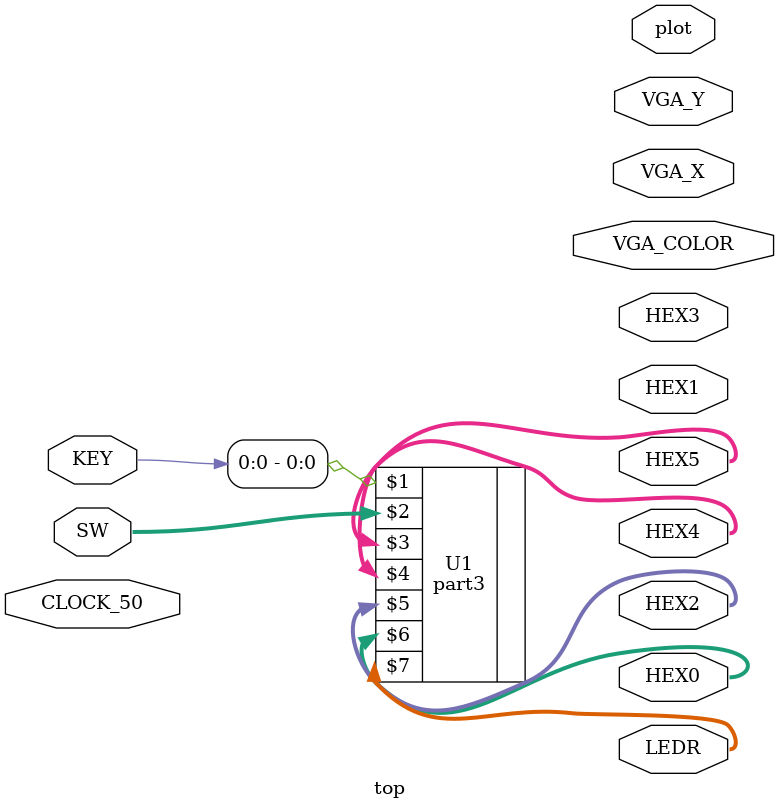
<source format=v>
module top (CLOCK_50, SW, KEY, HEX0, HEX1, HEX2, HEX3, HEX4, HEX5, LEDR, VGA_X, VGA_Y, VGA_COLOR, plot);

    input CLOCK_50;             // DE-series 50 MHz clock signal
    input wire [9:0] SW;        // DE-series switches
    input wire [3:0] KEY;       // DE-series pushbuttons

    output wire [6:0] HEX0;     // DE-series HEX displays
    output wire [6:0] HEX1;
    output wire [6:0] HEX2;
    output wire [6:0] HEX3;
    output wire [6:0] HEX4;
    output wire [6:0] HEX5;

    output wire [9:0] LEDR;     // DE-series LEDs   
    output wire [7:0] VGA_X;
    output wire [6:0] VGA_Y;
    output wire [2:0] VGA_COLOR;
    output wire plot;

    part3 U1 (KEY[0:0], SW, HEX5, HEX4, HEX2, HEX0, LEDR);

endmodule


</source>
